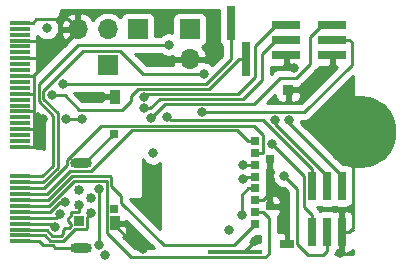
<source format=gbr>
G04 #@! TF.GenerationSoftware,KiCad,Pcbnew,5.1.4-3.fc30*
G04 #@! TF.CreationDate,2019-12-03T21:39:27-05:00*
G04 #@! TF.ProjectId,librem5-m2-breakout,6c696272-656d-4352-9d6d-322d62726561,rev?*
G04 #@! TF.SameCoordinates,Original*
G04 #@! TF.FileFunction,Copper,L1,Top*
G04 #@! TF.FilePolarity,Positive*
%FSLAX46Y46*%
G04 Gerber Fmt 4.6, Leading zero omitted, Abs format (unit mm)*
G04 Created by KiCad (PCBNEW 5.1.4-3.fc30) date 2019-12-03 21:39:27*
%MOMM*%
%LPD*%
G04 APERTURE LIST*
%ADD10R,2.400000X0.740000*%
%ADD11R,0.740000X2.400000*%
%ADD12R,1.700000X1.700000*%
%ADD13O,1.700000X1.700000*%
%ADD14C,6.150000*%
%ADD15R,1.700000X0.350000*%
%ADD16R,0.850000X1.300000*%
%ADD17R,0.750000X0.650000*%
%ADD18R,0.850000X1.200000*%
%ADD19R,4.630000X0.420000*%
%ADD20R,0.900000X0.950000*%
%ADD21R,1.150000X0.745000*%
%ADD22R,0.650000X0.700000*%
%ADD23R,0.750000X0.700000*%
%ADD24R,0.650000X3.000000*%
%ADD25R,0.840000X0.840000*%
%ADD26C,0.840000*%
%ADD27O,1.850000X0.850000*%
%ADD28C,0.800000*%
%ADD29C,0.250000*%
%ADD30C,0.246000*%
%ADD31C,0.254000*%
G04 APERTURE END LIST*
D10*
X146450000Y-88470000D03*
X142550000Y-88470000D03*
X146450000Y-87200000D03*
X142550000Y-87200000D03*
X146450000Y-85930000D03*
X142550000Y-85930000D03*
D11*
X147270000Y-99550000D03*
X147270000Y-103450000D03*
X146000000Y-99550000D03*
X146000000Y-103450000D03*
X144730000Y-99550000D03*
X144730000Y-103450000D03*
D12*
X130000000Y-86300000D03*
D13*
X127460000Y-86300000D03*
X124920000Y-86300000D03*
D12*
X127460000Y-89300000D03*
D14*
X148850000Y-95000000D03*
D15*
X120000000Y-104250000D03*
X120000000Y-103750000D03*
X120000000Y-103250000D03*
X120000000Y-102750000D03*
X120000000Y-102250000D03*
X120000000Y-101750000D03*
X120000000Y-99250000D03*
X120000000Y-98750000D03*
X120000000Y-96250000D03*
X120000000Y-95750000D03*
X120000000Y-95250000D03*
X120000000Y-94750000D03*
X120000000Y-94250000D03*
X120000000Y-93750000D03*
X120000000Y-93250000D03*
X120000000Y-92750000D03*
X120000000Y-92250000D03*
X120000000Y-91750000D03*
X120000000Y-91250000D03*
X120000000Y-90750000D03*
X120000000Y-90250000D03*
X120000000Y-89750000D03*
X120000000Y-89250000D03*
X120000000Y-88750000D03*
X120000000Y-88250000D03*
X120000000Y-87750000D03*
X120000000Y-87250000D03*
X120000000Y-86750000D03*
X120000000Y-86250000D03*
X120000000Y-85750000D03*
X120000000Y-101250000D03*
X120000000Y-100750000D03*
X120000000Y-100250000D03*
X120000000Y-99750000D03*
D13*
X134400000Y-88840000D03*
D12*
X134400000Y-86300000D03*
D16*
X128050000Y-91987500D03*
D17*
X128000000Y-95125000D03*
X128000000Y-101475000D03*
D18*
X128050000Y-102712500D03*
D19*
X138240000Y-105122500D03*
D20*
X142725000Y-91425000D03*
D21*
X142650000Y-104460000D03*
D22*
X141150000Y-101275000D03*
X141150000Y-97275000D03*
D23*
X139950000Y-102775000D03*
X139950000Y-101775000D03*
X139950000Y-100775000D03*
X139950000Y-99775000D03*
X139950000Y-98775000D03*
X139950000Y-97775000D03*
X139950000Y-96775000D03*
X139950000Y-95775000D03*
D24*
X137865000Y-85800000D03*
X139135000Y-88800000D03*
D25*
X125000000Y-102500000D03*
D26*
X126000000Y-101850000D03*
X125000000Y-101200000D03*
X126000000Y-100550000D03*
X125000000Y-99900000D03*
D27*
X125220000Y-104775000D03*
X125220000Y-97625000D03*
D28*
X122300000Y-86200000D03*
X138900000Y-99000000D03*
X131300000Y-96800000D03*
X127200000Y-105400000D03*
X137724990Y-103289853D03*
X144400000Y-91100000D03*
X147100000Y-105200000D03*
X139900000Y-104200000D03*
X142400000Y-101300000D03*
X125300000Y-92000000D03*
X130400000Y-104875000D03*
X143200000Y-89600000D03*
X123000000Y-103000016D03*
X122000000Y-93900000D03*
X131300000Y-102250000D03*
X138800000Y-102000000D03*
X123400000Y-101900000D03*
X138900000Y-97800000D03*
X123799996Y-100900000D03*
X135600000Y-90100000D03*
X142400000Y-98700000D03*
X141400000Y-96000000D03*
X132600000Y-87600000D03*
X135400000Y-93300000D03*
X126696500Y-104594400D03*
X126674979Y-99825000D03*
X131100000Y-93774980D03*
X132500000Y-93700000D03*
X123900000Y-93900016D03*
X125300000Y-93900000D03*
X123700000Y-90900000D03*
X122700004Y-91900000D03*
X141600000Y-93975000D03*
X142800000Y-94000000D03*
X130500008Y-93000000D03*
X130500000Y-91999998D03*
D29*
X139950000Y-98775000D02*
X139125000Y-98775000D01*
X139125000Y-98775000D02*
X138900000Y-99000000D01*
X142725000Y-91425000D02*
X144075000Y-91425000D01*
X144075000Y-91425000D02*
X144400000Y-91100000D01*
X147270000Y-103450000D02*
X147270000Y-105030000D01*
X147270000Y-105030000D02*
X147100000Y-105200000D01*
X138240000Y-105122500D02*
X138977500Y-105122500D01*
X138977500Y-105122500D02*
X139900000Y-104200000D01*
X141150000Y-101275000D02*
X142375000Y-101275000D01*
X142375000Y-101275000D02*
X142400000Y-101300000D01*
X123970000Y-87250000D02*
X124920000Y-86300000D01*
X120000000Y-87250000D02*
X123970000Y-87250000D01*
X122470000Y-88750000D02*
X124920000Y-86300000D01*
X120000000Y-88750000D02*
X122470000Y-88750000D01*
X124920000Y-86430000D02*
X124920000Y-86300000D01*
X120000000Y-90250000D02*
X121100000Y-90250000D01*
X124070001Y-85450001D02*
X124920000Y-86300000D01*
X121399999Y-85450001D02*
X124070001Y-85450001D01*
X120000000Y-85750000D02*
X121100000Y-85750000D01*
X121100000Y-85750000D02*
X121399999Y-85450001D01*
X128050000Y-91987500D02*
X125312500Y-91987500D01*
X125312500Y-91987500D02*
X125300000Y-92000000D01*
X125450000Y-97625000D02*
X125220000Y-97625000D01*
X127950000Y-95125000D02*
X125450000Y-97625000D01*
X128000000Y-95125000D02*
X127950000Y-95125000D01*
X130037500Y-104875000D02*
X130400000Y-104875000D01*
X128050000Y-102712500D02*
X128050000Y-102887500D01*
X128050000Y-102887500D02*
X130037500Y-104875000D01*
X122975998Y-104775000D02*
X124045000Y-104775000D01*
X122800998Y-104600000D02*
X122975998Y-104775000D01*
X122012664Y-104600000D02*
X122800998Y-104600000D01*
X120000000Y-104250000D02*
X121662664Y-104250000D01*
X121662664Y-104250000D02*
X122012664Y-104600000D01*
X124045000Y-104775000D02*
X125220000Y-104775000D01*
X142550000Y-88470000D02*
X142550000Y-88950000D01*
X142550000Y-88950000D02*
X143200000Y-89600000D01*
X142200000Y-100300000D02*
X142400000Y-100500000D01*
X142400000Y-100500000D02*
X142400000Y-101300000D01*
X141050000Y-100300000D02*
X142200000Y-100300000D01*
X139950000Y-100775000D02*
X140575000Y-100775000D01*
X140575000Y-100775000D02*
X141050000Y-100300000D01*
X121199990Y-90150010D02*
X121525000Y-89825000D01*
X120000000Y-91750000D02*
X121100000Y-91750000D01*
X121100000Y-91750000D02*
X121199990Y-91650010D01*
X121525000Y-89825000D02*
X124920000Y-86430000D01*
X121100000Y-90250000D02*
X121525000Y-89825000D01*
X120000000Y-93250000D02*
X121100000Y-93250000D01*
X121100000Y-93250000D02*
X121199990Y-93150010D01*
X121199990Y-91650010D02*
X121199990Y-91400010D01*
X121199990Y-91400010D02*
X121199990Y-90150010D01*
X121100000Y-94750000D02*
X121199990Y-94650010D01*
X120000000Y-94750000D02*
X121100000Y-94750000D01*
X121199990Y-93150010D02*
X121199990Y-92900010D01*
X121199990Y-92900010D02*
X121199990Y-91400010D01*
X120000000Y-96250000D02*
X121100000Y-96250000D01*
X121100000Y-96250000D02*
X121199990Y-96150010D01*
X121199990Y-94650010D02*
X121199990Y-94500010D01*
X121199990Y-94500010D02*
X121199990Y-92900010D01*
X121199990Y-94899990D02*
X121199990Y-94500010D01*
X121199990Y-96150010D02*
X121199990Y-94899990D01*
X148200000Y-103140000D02*
X148200000Y-95349990D01*
X148200000Y-95349990D02*
X148549990Y-95000000D01*
X147270000Y-103450000D02*
X147890000Y-103450000D01*
X147890000Y-103450000D02*
X148200000Y-103140000D01*
X120000000Y-102750000D02*
X122749984Y-102750000D01*
X122749984Y-102750000D02*
X123000000Y-103000016D01*
X121199990Y-94700010D02*
X122000000Y-93900000D01*
X121199990Y-94899990D02*
X121199990Y-94700010D01*
D30*
X125644001Y-103200001D02*
X125700001Y-103144001D01*
X122116534Y-103701500D02*
X122594325Y-104179291D01*
X123670709Y-104179291D02*
X124649999Y-103200001D01*
X125700001Y-102149999D02*
X126000000Y-101850000D01*
X125700001Y-103144001D02*
X125700001Y-102149999D01*
X120000000Y-103750000D02*
X121275001Y-103750000D01*
X121323501Y-103701500D02*
X122116534Y-103701500D01*
X124649999Y-103200001D02*
X125644001Y-103200001D01*
X121275001Y-103750000D02*
X121323501Y-103701500D01*
X122594325Y-104179291D02*
X123670709Y-104179291D01*
X123503780Y-103776291D02*
X123652535Y-103627536D01*
X121275001Y-103250000D02*
X121323501Y-103298500D01*
X120000000Y-103250000D02*
X121275001Y-103250000D01*
X124075000Y-102550000D02*
X124075000Y-102300000D01*
X122761257Y-103776291D02*
X123503780Y-103776291D01*
X122283466Y-103298500D02*
X122761257Y-103776291D01*
X124190035Y-103090035D02*
X124299999Y-102980072D01*
X121323501Y-103298500D02*
X122283466Y-103298500D01*
X123652535Y-103627536D02*
X123652535Y-103302535D01*
X124299999Y-102075001D02*
X124299999Y-101855999D01*
X125000000Y-101799999D02*
X125000000Y-101200000D01*
X123652535Y-103302535D02*
X123865035Y-103090035D01*
X124075000Y-102300000D02*
X124299999Y-102075001D01*
X124299999Y-102774999D02*
X124075000Y-102550000D01*
X124299999Y-102980072D02*
X124299999Y-102774999D01*
X123865035Y-103090035D02*
X124190035Y-103090035D01*
X124299999Y-101855999D02*
X124355999Y-101799999D01*
X124355999Y-101799999D02*
X125000000Y-101799999D01*
D29*
X138800000Y-100300000D02*
X138800000Y-102000000D01*
X139950000Y-99775000D02*
X139325000Y-99775000D01*
X139325000Y-99775000D02*
X138800000Y-100300000D01*
X120000000Y-102250000D02*
X123050000Y-102250000D01*
X123050000Y-102250000D02*
X123400000Y-101900000D01*
X139950000Y-97775000D02*
X138925000Y-97775000D01*
X138925000Y-97775000D02*
X138900000Y-97800000D01*
X120000000Y-101750000D02*
X122550000Y-101750000D01*
X122550000Y-101750000D02*
X123400000Y-100900000D01*
X123400000Y-100900000D02*
X123799996Y-100900000D01*
X143500001Y-99800001D02*
X143500001Y-104500001D01*
X142400000Y-98700000D02*
X143500001Y-99800001D01*
X143500001Y-104500001D02*
X144400000Y-105400000D01*
X144400000Y-105400000D02*
X145700000Y-105400000D01*
X146000000Y-105100000D02*
X146000000Y-103450000D01*
X145700000Y-105400000D02*
X146000000Y-105100000D01*
X128530001Y-88174999D02*
X125325999Y-88174999D01*
X121100000Y-99250000D02*
X120000000Y-99250000D01*
X130455002Y-90100000D02*
X128530001Y-88174999D01*
X121975602Y-99250000D02*
X121100000Y-99250000D01*
X123224999Y-93424999D02*
X123224999Y-98000603D01*
X122000011Y-91500987D02*
X122000011Y-92200011D01*
X135600000Y-90100000D02*
X130455002Y-90100000D01*
X125325999Y-88174999D02*
X122000011Y-91500987D01*
X122000011Y-92200011D02*
X123224999Y-93424999D01*
X123224999Y-98000603D02*
X121975602Y-99250000D01*
X144084999Y-98684999D02*
X141400000Y-96000000D01*
X144084999Y-101354999D02*
X144084999Y-98684999D01*
X144730000Y-103450000D02*
X144730000Y-102000000D01*
X144730000Y-102000000D02*
X144084999Y-101354999D01*
X122824988Y-93624988D02*
X122824988Y-97834914D01*
X132600000Y-87600000D02*
X124900000Y-87600000D01*
X124900000Y-87600000D02*
X121600000Y-90900000D01*
X121600000Y-90900000D02*
X121600000Y-92400000D01*
X121600000Y-92400000D02*
X122824988Y-93624988D01*
X122824988Y-97834914D02*
X121909902Y-98750000D01*
X121909902Y-98750000D02*
X121100000Y-98750000D01*
X121100000Y-98750000D02*
X120000000Y-98750000D01*
X148100000Y-89300000D02*
X148100000Y-87400000D01*
X135400000Y-93300000D02*
X144100000Y-93300000D01*
X147900000Y-87200000D02*
X146450000Y-87200000D01*
X148100000Y-87400000D02*
X147900000Y-87200000D01*
X144100000Y-93300000D02*
X148100000Y-89300000D01*
X126696500Y-104594400D02*
X126696500Y-99846521D01*
X126696500Y-99846521D02*
X126674979Y-99825000D01*
X145620000Y-85930000D02*
X146450000Y-85930000D01*
X144600000Y-86950000D02*
X145620000Y-85930000D01*
X144600000Y-89200000D02*
X144600000Y-86950000D01*
X132274980Y-92600000D02*
X139800000Y-92600000D01*
X131100000Y-93774980D02*
X132274980Y-92600000D01*
X143400000Y-90400000D02*
X144600000Y-89200000D01*
X142000000Y-90400000D02*
X143400000Y-90400000D01*
X139800000Y-92600000D02*
X142000000Y-90400000D01*
X140630000Y-94000000D02*
X132800000Y-94000000D01*
X132800000Y-94000000D02*
X132500000Y-93700000D01*
X144730000Y-99550000D02*
X144730000Y-98100000D01*
X144730000Y-98100000D02*
X140630000Y-94000000D01*
X125300000Y-93900000D02*
X123900016Y-93900000D01*
X123900016Y-93900000D02*
X123900000Y-93900016D01*
X137865000Y-88835000D02*
X135800000Y-90900000D01*
X124265685Y-90900000D02*
X123700000Y-90900000D01*
X137865000Y-85800000D02*
X137865000Y-88835000D01*
X135800000Y-90900000D02*
X124265685Y-90900000D01*
X139135000Y-88800000D02*
X138560000Y-88800000D01*
X138560000Y-88800000D02*
X136035002Y-91324998D01*
X125000000Y-93100000D02*
X123800000Y-91900000D01*
X129400249Y-92399751D02*
X128700000Y-93100000D01*
X128700000Y-93100000D02*
X125000000Y-93100000D01*
X136035002Y-91324998D02*
X130025500Y-91324998D01*
X130025500Y-91324998D02*
X129400249Y-91950249D01*
X129400249Y-91950249D02*
X129400249Y-92399751D01*
X123800000Y-91900000D02*
X122700004Y-91900000D01*
X141600000Y-94320000D02*
X141600000Y-93975000D01*
X146000000Y-99550000D02*
X146000000Y-98720000D01*
X146000000Y-98720000D02*
X141600000Y-94320000D01*
X142800000Y-94250000D02*
X142800000Y-94000000D01*
X147270000Y-99550000D02*
X147270000Y-98720000D01*
X147270000Y-98720000D02*
X142800000Y-94250000D01*
X141100000Y-102300000D02*
X140575000Y-101775000D01*
X120000000Y-101250000D02*
X122450996Y-101250000D01*
X141100000Y-105282502D02*
X141100000Y-102300000D01*
X140775001Y-105607501D02*
X141100000Y-105282502D01*
X127349979Y-99125032D02*
X127349979Y-103532481D01*
X129424999Y-105607501D02*
X140775001Y-105607501D01*
X122450996Y-101250000D02*
X124575965Y-99125032D01*
X140575000Y-101775000D02*
X139950000Y-101775000D01*
X127349979Y-103532481D02*
X129424999Y-105607501D01*
X124575965Y-99125032D02*
X127349979Y-99125032D01*
X139925000Y-102775000D02*
X139950000Y-102775000D01*
X132211074Y-104600000D02*
X138100000Y-104600000D01*
X128599990Y-100988916D02*
X132211074Y-104600000D01*
X128599990Y-100438916D02*
X128599990Y-100988916D01*
X127640700Y-98725021D02*
X127749990Y-98834311D01*
X124410276Y-98725021D02*
X127640700Y-98725021D01*
X138100000Y-104600000D02*
X139925000Y-102775000D01*
X122385296Y-100750000D02*
X124410276Y-98725021D01*
X127749990Y-98834311D02*
X127749990Y-99588916D01*
X120000000Y-100750000D02*
X122385296Y-100750000D01*
X127749990Y-99588916D02*
X128599990Y-100438916D01*
X129484973Y-94849990D02*
X138399990Y-94849990D01*
X139325000Y-95775000D02*
X139950000Y-95775000D01*
X138399990Y-94849990D02*
X139325000Y-95775000D01*
X122319596Y-100250000D02*
X124244586Y-98325010D01*
X124244586Y-98325010D02*
X126009953Y-98325010D01*
X120000000Y-100250000D02*
X122319596Y-100250000D01*
X126009953Y-98325010D02*
X129484973Y-94849990D01*
X131065693Y-93000000D02*
X130500008Y-93000000D01*
X131865693Y-92200000D02*
X131065693Y-93000000D01*
X141720000Y-87200000D02*
X140500000Y-88420000D01*
X142550000Y-87200000D02*
X141720000Y-87200000D01*
X140500000Y-88420000D02*
X140500000Y-90600000D01*
X140500000Y-90600000D02*
X138900000Y-92200000D01*
X138900000Y-92200000D02*
X131865693Y-92200000D01*
X130699998Y-91800000D02*
X130500000Y-91999998D01*
X141720000Y-85930000D02*
X139900000Y-87750000D01*
X142550000Y-85930000D02*
X141720000Y-85930000D01*
X139900000Y-87750000D02*
X139900000Y-90355002D01*
X138455002Y-91800000D02*
X130699998Y-91800000D01*
X139900000Y-90355002D02*
X138455002Y-91800000D01*
X139844982Y-94449980D02*
X126905057Y-94449980D01*
X122041302Y-99750000D02*
X121100000Y-99750000D01*
X124019990Y-97771312D02*
X122041302Y-99750000D01*
X140600001Y-95204999D02*
X139844982Y-94449980D01*
X139950000Y-96775000D02*
X140575000Y-96775000D01*
X126905057Y-94449980D02*
X124019990Y-97335047D01*
X140575000Y-96775000D02*
X140600001Y-96749999D01*
X124019990Y-97335047D02*
X124019990Y-97771312D01*
X140600001Y-96749999D02*
X140600001Y-95204999D01*
X121100000Y-99750000D02*
X120000000Y-99750000D01*
D31*
G36*
X148190000Y-101931918D02*
G01*
X148170537Y-101895506D01*
X148091185Y-101798815D01*
X147994494Y-101719463D01*
X147884180Y-101660498D01*
X147764482Y-101624188D01*
X147640000Y-101611928D01*
X147555750Y-101615000D01*
X147397000Y-101773750D01*
X147397000Y-103323000D01*
X147417000Y-103323000D01*
X147417000Y-103577000D01*
X147397000Y-103577000D01*
X147397000Y-105126250D01*
X147555750Y-105285000D01*
X147640000Y-105288072D01*
X147764482Y-105275812D01*
X147884180Y-105239502D01*
X147994494Y-105180537D01*
X148091185Y-105101185D01*
X148170537Y-105004494D01*
X148190000Y-104968082D01*
X148190000Y-105340000D01*
X146721395Y-105340000D01*
X146743786Y-105266186D01*
X146775518Y-105275812D01*
X146900000Y-105288072D01*
X146984250Y-105285000D01*
X147143000Y-105126250D01*
X147143000Y-103577000D01*
X147123000Y-103577000D01*
X147123000Y-103323000D01*
X147143000Y-103323000D01*
X147143000Y-101773750D01*
X146984250Y-101615000D01*
X146900000Y-101611928D01*
X146775518Y-101624188D01*
X146655820Y-101660498D01*
X146635000Y-101671627D01*
X146614180Y-101660498D01*
X146494482Y-101624188D01*
X146370000Y-101611928D01*
X145630000Y-101611928D01*
X145505518Y-101624188D01*
X145406874Y-101654111D01*
X145364974Y-101575724D01*
X145270001Y-101459999D01*
X145241002Y-101436200D01*
X145184547Y-101379745D01*
X145224482Y-101375812D01*
X145344180Y-101339502D01*
X145365000Y-101328373D01*
X145385820Y-101339502D01*
X145505518Y-101375812D01*
X145630000Y-101388072D01*
X146370000Y-101388072D01*
X146494482Y-101375812D01*
X146614180Y-101339502D01*
X146635000Y-101328373D01*
X146655820Y-101339502D01*
X146775518Y-101375812D01*
X146900000Y-101388072D01*
X147640000Y-101388072D01*
X147764482Y-101375812D01*
X147884180Y-101339502D01*
X147994494Y-101280537D01*
X148091185Y-101201185D01*
X148170537Y-101104494D01*
X148190000Y-101068081D01*
X148190000Y-101931918D01*
X148190000Y-101931918D01*
G37*
X148190000Y-101931918D02*
X148170537Y-101895506D01*
X148091185Y-101798815D01*
X147994494Y-101719463D01*
X147884180Y-101660498D01*
X147764482Y-101624188D01*
X147640000Y-101611928D01*
X147555750Y-101615000D01*
X147397000Y-101773750D01*
X147397000Y-103323000D01*
X147417000Y-103323000D01*
X147417000Y-103577000D01*
X147397000Y-103577000D01*
X147397000Y-105126250D01*
X147555750Y-105285000D01*
X147640000Y-105288072D01*
X147764482Y-105275812D01*
X147884180Y-105239502D01*
X147994494Y-105180537D01*
X148091185Y-105101185D01*
X148170537Y-105004494D01*
X148190000Y-104968082D01*
X148190000Y-105340000D01*
X146721395Y-105340000D01*
X146743786Y-105266186D01*
X146775518Y-105275812D01*
X146900000Y-105288072D01*
X146984250Y-105285000D01*
X147143000Y-105126250D01*
X147143000Y-103577000D01*
X147123000Y-103577000D01*
X147123000Y-103323000D01*
X147143000Y-103323000D01*
X147143000Y-101773750D01*
X146984250Y-101615000D01*
X146900000Y-101611928D01*
X146775518Y-101624188D01*
X146655820Y-101660498D01*
X146635000Y-101671627D01*
X146614180Y-101660498D01*
X146494482Y-101624188D01*
X146370000Y-101611928D01*
X145630000Y-101611928D01*
X145505518Y-101624188D01*
X145406874Y-101654111D01*
X145364974Y-101575724D01*
X145270001Y-101459999D01*
X145241002Y-101436200D01*
X145184547Y-101379745D01*
X145224482Y-101375812D01*
X145344180Y-101339502D01*
X145365000Y-101328373D01*
X145385820Y-101339502D01*
X145505518Y-101375812D01*
X145630000Y-101388072D01*
X146370000Y-101388072D01*
X146494482Y-101375812D01*
X146614180Y-101339502D01*
X146635000Y-101328373D01*
X146655820Y-101339502D01*
X146775518Y-101375812D01*
X146900000Y-101388072D01*
X147640000Y-101388072D01*
X147764482Y-101375812D01*
X147884180Y-101339502D01*
X147994494Y-101280537D01*
X148091185Y-101201185D01*
X148170537Y-101104494D01*
X148190000Y-101068081D01*
X148190000Y-101931918D01*
G36*
X125347000Y-104648000D02*
G01*
X125367000Y-104648000D01*
X125367000Y-104902000D01*
X125347000Y-104902000D01*
X125347000Y-104922000D01*
X125093000Y-104922000D01*
X125093000Y-104902000D01*
X125073000Y-104902000D01*
X125073000Y-104648000D01*
X125093000Y-104648000D01*
X125093000Y-104628000D01*
X125347000Y-104628000D01*
X125347000Y-104648000D01*
X125347000Y-104648000D01*
G37*
X125347000Y-104648000D02*
X125367000Y-104648000D01*
X125367000Y-104902000D01*
X125347000Y-104902000D01*
X125347000Y-104922000D01*
X125093000Y-104922000D01*
X125093000Y-104902000D01*
X125073000Y-104902000D01*
X125073000Y-104648000D01*
X125093000Y-104648000D01*
X125093000Y-104628000D01*
X125347000Y-104628000D01*
X125347000Y-104648000D01*
G36*
X131383773Y-104847501D02*
G01*
X129739802Y-104847501D01*
X128768135Y-103875835D01*
X128829494Y-103843037D01*
X128926185Y-103763685D01*
X129005537Y-103666994D01*
X129064502Y-103556680D01*
X129100812Y-103436982D01*
X129113072Y-103312500D01*
X129110000Y-102998250D01*
X128951250Y-102839500D01*
X128177000Y-102839500D01*
X128177000Y-102859500D01*
X128109979Y-102859500D01*
X128109979Y-102565500D01*
X128177000Y-102565500D01*
X128177000Y-102585500D01*
X128951250Y-102585500D01*
X129036511Y-102500239D01*
X131383773Y-104847501D01*
X131383773Y-104847501D01*
G37*
X131383773Y-104847501D02*
X129739802Y-104847501D01*
X128768135Y-103875835D01*
X128829494Y-103843037D01*
X128926185Y-103763685D01*
X129005537Y-103666994D01*
X129064502Y-103556680D01*
X129100812Y-103436982D01*
X129113072Y-103312500D01*
X129110000Y-102998250D01*
X128951250Y-102839500D01*
X128177000Y-102839500D01*
X128177000Y-102859500D01*
X128109979Y-102859500D01*
X128109979Y-102565500D01*
X128177000Y-102565500D01*
X128177000Y-102585500D01*
X128951250Y-102585500D01*
X129036511Y-102500239D01*
X131383773Y-104847501D01*
G36*
X141277000Y-97148000D02*
G01*
X141297000Y-97148000D01*
X141297000Y-97402000D01*
X141277000Y-97402000D01*
X141277000Y-98101250D01*
X141435750Y-98260000D01*
X141461155Y-98261988D01*
X141404774Y-98398102D01*
X141365000Y-98598061D01*
X141365000Y-98801939D01*
X141404774Y-99001898D01*
X141482795Y-99190256D01*
X141596063Y-99359774D01*
X141740226Y-99503937D01*
X141909744Y-99617205D01*
X142098102Y-99695226D01*
X142298061Y-99735000D01*
X142360199Y-99735000D01*
X142740001Y-100114803D01*
X142740002Y-104462669D01*
X142736325Y-104500001D01*
X142740002Y-104537334D01*
X142746864Y-104607000D01*
X142523000Y-104607000D01*
X142523000Y-104587000D01*
X142503000Y-104587000D01*
X142503000Y-104333000D01*
X142523000Y-104333000D01*
X142523000Y-103611250D01*
X142364250Y-103452500D01*
X142075000Y-103449428D01*
X141950518Y-103461688D01*
X141860000Y-103489146D01*
X141860000Y-102337322D01*
X141863676Y-102299999D01*
X141860000Y-102262676D01*
X141860000Y-102262667D01*
X141849003Y-102151014D01*
X141846213Y-102141816D01*
X141926185Y-102076185D01*
X142005537Y-101979494D01*
X142064502Y-101869180D01*
X142100812Y-101749482D01*
X142113072Y-101625000D01*
X142110000Y-101560750D01*
X141951250Y-101402000D01*
X141277000Y-101402000D01*
X141277000Y-101402199D01*
X141138803Y-101264002D01*
X141115001Y-101234999D01*
X141008992Y-101148000D01*
X141023000Y-101148000D01*
X141023000Y-100448750D01*
X141277000Y-100448750D01*
X141277000Y-101148000D01*
X141951250Y-101148000D01*
X142110000Y-100989250D01*
X142113072Y-100925000D01*
X142100812Y-100800518D01*
X142064502Y-100680820D01*
X142005537Y-100570506D01*
X141926185Y-100473815D01*
X141829494Y-100394463D01*
X141719180Y-100335498D01*
X141599482Y-100299188D01*
X141475000Y-100286928D01*
X141435750Y-100290000D01*
X141277000Y-100448750D01*
X141023000Y-100448750D01*
X140959120Y-100384870D01*
X140950812Y-100300518D01*
X140943071Y-100275000D01*
X140950812Y-100249482D01*
X140963072Y-100125000D01*
X140963072Y-99425000D01*
X140950812Y-99300518D01*
X140943071Y-99275000D01*
X140950812Y-99249482D01*
X140963072Y-99125000D01*
X140963072Y-98425000D01*
X140950812Y-98300518D01*
X140943071Y-98275000D01*
X140950812Y-98249482D01*
X140959120Y-98165130D01*
X141023000Y-98101250D01*
X141023000Y-97402000D01*
X141008992Y-97402000D01*
X141115001Y-97315001D01*
X141126271Y-97301269D01*
X141140002Y-97290000D01*
X141234975Y-97174275D01*
X141259710Y-97128000D01*
X141277000Y-97128000D01*
X141277000Y-97148000D01*
X141277000Y-97148000D01*
G37*
X141277000Y-97148000D02*
X141297000Y-97148000D01*
X141297000Y-97402000D01*
X141277000Y-97402000D01*
X141277000Y-98101250D01*
X141435750Y-98260000D01*
X141461155Y-98261988D01*
X141404774Y-98398102D01*
X141365000Y-98598061D01*
X141365000Y-98801939D01*
X141404774Y-99001898D01*
X141482795Y-99190256D01*
X141596063Y-99359774D01*
X141740226Y-99503937D01*
X141909744Y-99617205D01*
X142098102Y-99695226D01*
X142298061Y-99735000D01*
X142360199Y-99735000D01*
X142740001Y-100114803D01*
X142740002Y-104462669D01*
X142736325Y-104500001D01*
X142740002Y-104537334D01*
X142746864Y-104607000D01*
X142523000Y-104607000D01*
X142523000Y-104587000D01*
X142503000Y-104587000D01*
X142503000Y-104333000D01*
X142523000Y-104333000D01*
X142523000Y-103611250D01*
X142364250Y-103452500D01*
X142075000Y-103449428D01*
X141950518Y-103461688D01*
X141860000Y-103489146D01*
X141860000Y-102337322D01*
X141863676Y-102299999D01*
X141860000Y-102262676D01*
X141860000Y-102262667D01*
X141849003Y-102151014D01*
X141846213Y-102141816D01*
X141926185Y-102076185D01*
X142005537Y-101979494D01*
X142064502Y-101869180D01*
X142100812Y-101749482D01*
X142113072Y-101625000D01*
X142110000Y-101560750D01*
X141951250Y-101402000D01*
X141277000Y-101402000D01*
X141277000Y-101402199D01*
X141138803Y-101264002D01*
X141115001Y-101234999D01*
X141008992Y-101148000D01*
X141023000Y-101148000D01*
X141023000Y-100448750D01*
X141277000Y-100448750D01*
X141277000Y-101148000D01*
X141951250Y-101148000D01*
X142110000Y-100989250D01*
X142113072Y-100925000D01*
X142100812Y-100800518D01*
X142064502Y-100680820D01*
X142005537Y-100570506D01*
X141926185Y-100473815D01*
X141829494Y-100394463D01*
X141719180Y-100335498D01*
X141599482Y-100299188D01*
X141475000Y-100286928D01*
X141435750Y-100290000D01*
X141277000Y-100448750D01*
X141023000Y-100448750D01*
X140959120Y-100384870D01*
X140950812Y-100300518D01*
X140943071Y-100275000D01*
X140950812Y-100249482D01*
X140963072Y-100125000D01*
X140963072Y-99425000D01*
X140950812Y-99300518D01*
X140943071Y-99275000D01*
X140950812Y-99249482D01*
X140963072Y-99125000D01*
X140963072Y-98425000D01*
X140950812Y-98300518D01*
X140943071Y-98275000D01*
X140950812Y-98249482D01*
X140959120Y-98165130D01*
X141023000Y-98101250D01*
X141023000Y-97402000D01*
X141008992Y-97402000D01*
X141115001Y-97315001D01*
X141126271Y-97301269D01*
X141140002Y-97290000D01*
X141234975Y-97174275D01*
X141259710Y-97128000D01*
X141277000Y-97128000D01*
X141277000Y-97148000D01*
G36*
X140340000Y-104274759D02*
G01*
X139498772Y-104276030D01*
X140011730Y-103763072D01*
X140325000Y-103763072D01*
X140340001Y-103761595D01*
X140340000Y-104274759D01*
X140340000Y-104274759D01*
G37*
X140340000Y-104274759D02*
X139498772Y-104276030D01*
X140011730Y-103763072D01*
X140325000Y-103763072D01*
X140340001Y-103761595D01*
X140340000Y-104274759D01*
G36*
X148190000Y-103322998D02*
G01*
X148116252Y-103322998D01*
X148190000Y-103249250D01*
X148190000Y-103322998D01*
X148190000Y-103322998D01*
G37*
X148190000Y-103322998D02*
X148116252Y-103322998D01*
X148190000Y-103249250D01*
X148190000Y-103322998D01*
G36*
X130496063Y-97459774D02*
G01*
X130640226Y-97603937D01*
X130809744Y-97717205D01*
X130998102Y-97795226D01*
X131198061Y-97835000D01*
X131401939Y-97835000D01*
X131601898Y-97795226D01*
X131790256Y-97717205D01*
X131898000Y-97645213D01*
X131898000Y-103212124D01*
X129359990Y-100674115D01*
X129359990Y-100627000D01*
X130275000Y-100627000D01*
X130299776Y-100624560D01*
X130323601Y-100617333D01*
X130345557Y-100605597D01*
X130364803Y-100589803D01*
X130380597Y-100570557D01*
X130392333Y-100548601D01*
X130399560Y-100524776D01*
X130402000Y-100500000D01*
X130402000Y-97318998D01*
X130496063Y-97459774D01*
X130496063Y-97459774D01*
G37*
X130496063Y-97459774D02*
X130640226Y-97603937D01*
X130809744Y-97717205D01*
X130998102Y-97795226D01*
X131198061Y-97835000D01*
X131401939Y-97835000D01*
X131601898Y-97795226D01*
X131790256Y-97717205D01*
X131898000Y-97645213D01*
X131898000Y-103212124D01*
X129359990Y-100674115D01*
X129359990Y-100627000D01*
X130275000Y-100627000D01*
X130299776Y-100624560D01*
X130323601Y-100617333D01*
X130345557Y-100605597D01*
X130364803Y-100589803D01*
X130380597Y-100570557D01*
X130392333Y-100548601D01*
X130399560Y-100524776D01*
X130402000Y-100500000D01*
X130402000Y-97318998D01*
X130496063Y-97459774D01*
G36*
X140097000Y-100786928D02*
G01*
X139803000Y-100786928D01*
X139803000Y-100763072D01*
X140097000Y-100763072D01*
X140097000Y-100786928D01*
X140097000Y-100786928D01*
G37*
X140097000Y-100786928D02*
X139803000Y-100786928D01*
X139803000Y-100763072D01*
X140097000Y-100763072D01*
X140097000Y-100786928D01*
G36*
X125871042Y-100484774D02*
G01*
X125936501Y-100550233D01*
X125936501Y-100694391D01*
X125919925Y-100677815D01*
X125819472Y-100527477D01*
X125817053Y-100525058D01*
X125865552Y-100476558D01*
X125871042Y-100484774D01*
X125871042Y-100484774D01*
G37*
X125871042Y-100484774D02*
X125936501Y-100550233D01*
X125936501Y-100694391D01*
X125919925Y-100677815D01*
X125819472Y-100527477D01*
X125817053Y-100525058D01*
X125865552Y-100476558D01*
X125871042Y-100484774D01*
G36*
X125161023Y-99890631D02*
G01*
X125189141Y-99918749D01*
X125014143Y-100093748D01*
X125000000Y-100079605D01*
X124985858Y-100093748D01*
X124833955Y-99941845D01*
X124890768Y-99885032D01*
X125166622Y-99885032D01*
X125161023Y-99890631D01*
X125161023Y-99890631D01*
G37*
X125161023Y-99890631D02*
X125189141Y-99918749D01*
X125014143Y-100093748D01*
X125000000Y-100079605D01*
X124985858Y-100093748D01*
X124833955Y-99941845D01*
X124890768Y-99885032D01*
X125166622Y-99885032D01*
X125161023Y-99890631D01*
G36*
X148190000Y-98031919D02*
G01*
X148170537Y-97995506D01*
X148091185Y-97898815D01*
X147994494Y-97819463D01*
X147884180Y-97760498D01*
X147764482Y-97724188D01*
X147640000Y-97711928D01*
X147336730Y-97711928D01*
X143817039Y-94192238D01*
X143835000Y-94101939D01*
X143835000Y-94060000D01*
X144062678Y-94060000D01*
X144100000Y-94063676D01*
X144137322Y-94060000D01*
X144137333Y-94060000D01*
X144248986Y-94049003D01*
X144392247Y-94005546D01*
X144524276Y-93934974D01*
X144640001Y-93840001D01*
X144663804Y-93810997D01*
X148190001Y-90284801D01*
X148190000Y-98031919D01*
X148190000Y-98031919D01*
G37*
X148190000Y-98031919D02*
X148170537Y-97995506D01*
X148091185Y-97898815D01*
X147994494Y-97819463D01*
X147884180Y-97760498D01*
X147764482Y-97724188D01*
X147640000Y-97711928D01*
X147336730Y-97711928D01*
X143817039Y-94192238D01*
X143835000Y-94101939D01*
X143835000Y-94060000D01*
X144062678Y-94060000D01*
X144100000Y-94063676D01*
X144137322Y-94060000D01*
X144137333Y-94060000D01*
X144248986Y-94049003D01*
X144392247Y-94005546D01*
X144524276Y-93934974D01*
X144640001Y-93840001D01*
X144663804Y-93810997D01*
X148190001Y-90284801D01*
X148190000Y-98031919D01*
G36*
X125347000Y-97498000D02*
G01*
X125367000Y-97498000D01*
X125367000Y-97565010D01*
X125073000Y-97565010D01*
X125073000Y-97498000D01*
X125093000Y-97498000D01*
X125093000Y-97478000D01*
X125347000Y-97478000D01*
X125347000Y-97498000D01*
X125347000Y-97498000D01*
G37*
X125347000Y-97498000D02*
X125367000Y-97498000D01*
X125367000Y-97565010D01*
X125073000Y-97565010D01*
X125073000Y-97498000D01*
X125093000Y-97498000D01*
X125093000Y-97478000D01*
X125347000Y-97478000D01*
X125347000Y-97498000D01*
G36*
X122064988Y-93939790D02*
G01*
X122064989Y-96406917D01*
X122057301Y-96404596D01*
X121998628Y-96392979D01*
X121940111Y-96380540D01*
X121930946Y-96379577D01*
X121814405Y-96368150D01*
X121814402Y-96368150D01*
X121782419Y-96365000D01*
X121393250Y-96365000D01*
X121347725Y-96319475D01*
X121380537Y-96279494D01*
X121439502Y-96169180D01*
X121474525Y-96053725D01*
X121485000Y-96043250D01*
X121480514Y-96001738D01*
X121488072Y-95925000D01*
X121488072Y-95575000D01*
X121480685Y-95500000D01*
X121488072Y-95425000D01*
X121488072Y-95075000D01*
X121480514Y-94998262D01*
X121485000Y-94956750D01*
X121474525Y-94946275D01*
X121439502Y-94830820D01*
X121396302Y-94750000D01*
X121439502Y-94669180D01*
X121474525Y-94553725D01*
X121485000Y-94543250D01*
X121480514Y-94501738D01*
X121488072Y-94425000D01*
X121488072Y-94075000D01*
X121480685Y-93999999D01*
X121488072Y-93925000D01*
X121488072Y-93575000D01*
X121480514Y-93498262D01*
X121485000Y-93456750D01*
X121474525Y-93446275D01*
X121453511Y-93377002D01*
X121485000Y-93377002D01*
X121485000Y-93359801D01*
X122064988Y-93939790D01*
X122064988Y-93939790D01*
G37*
X122064988Y-93939790D02*
X122064989Y-96406917D01*
X122057301Y-96404596D01*
X121998628Y-96392979D01*
X121940111Y-96380540D01*
X121930946Y-96379577D01*
X121814405Y-96368150D01*
X121814402Y-96368150D01*
X121782419Y-96365000D01*
X121393250Y-96365000D01*
X121347725Y-96319475D01*
X121380537Y-96279494D01*
X121439502Y-96169180D01*
X121474525Y-96053725D01*
X121485000Y-96043250D01*
X121480514Y-96001738D01*
X121488072Y-95925000D01*
X121488072Y-95575000D01*
X121480685Y-95500000D01*
X121488072Y-95425000D01*
X121488072Y-95075000D01*
X121480514Y-94998262D01*
X121485000Y-94956750D01*
X121474525Y-94946275D01*
X121439502Y-94830820D01*
X121396302Y-94750000D01*
X121439502Y-94669180D01*
X121474525Y-94553725D01*
X121485000Y-94543250D01*
X121480514Y-94501738D01*
X121488072Y-94425000D01*
X121488072Y-94075000D01*
X121480685Y-93999999D01*
X121488072Y-93925000D01*
X121488072Y-93575000D01*
X121480514Y-93498262D01*
X121485000Y-93456750D01*
X121474525Y-93446275D01*
X121453511Y-93377002D01*
X121485000Y-93377002D01*
X121485000Y-93359801D01*
X122064988Y-93939790D01*
G36*
X127988161Y-95272000D02*
G01*
X127873000Y-95272000D01*
X127873000Y-95252000D01*
X127853000Y-95252000D01*
X127853000Y-95209980D01*
X128050181Y-95209980D01*
X127988161Y-95272000D01*
X127988161Y-95272000D01*
G37*
X127988161Y-95272000D02*
X127873000Y-95272000D01*
X127873000Y-95252000D01*
X127853000Y-95252000D01*
X127853000Y-95209980D01*
X128050181Y-95209980D01*
X127988161Y-95272000D01*
G36*
X146577000Y-88343000D02*
G01*
X146597000Y-88343000D01*
X146597000Y-88597000D01*
X146577000Y-88597000D01*
X146577000Y-89316250D01*
X146735750Y-89475000D01*
X146849815Y-89475383D01*
X143785199Y-92540000D01*
X140934801Y-92540000D01*
X141637953Y-91836848D01*
X141636928Y-91900000D01*
X141649188Y-92024482D01*
X141685498Y-92144180D01*
X141744463Y-92254494D01*
X141823815Y-92351185D01*
X141920506Y-92430537D01*
X142030820Y-92489502D01*
X142150518Y-92525812D01*
X142275000Y-92538072D01*
X142439250Y-92535000D01*
X142598000Y-92376250D01*
X142598000Y-91552000D01*
X142852000Y-91552000D01*
X142852000Y-92376250D01*
X143010750Y-92535000D01*
X143175000Y-92538072D01*
X143299482Y-92525812D01*
X143419180Y-92489502D01*
X143529494Y-92430537D01*
X143626185Y-92351185D01*
X143705537Y-92254494D01*
X143764502Y-92144180D01*
X143800812Y-92024482D01*
X143813072Y-91900000D01*
X143810000Y-91710750D01*
X143651250Y-91552000D01*
X142852000Y-91552000D01*
X142598000Y-91552000D01*
X142578000Y-91552000D01*
X142578000Y-91298000D01*
X142598000Y-91298000D01*
X142598000Y-91278000D01*
X142852000Y-91278000D01*
X142852000Y-91298000D01*
X143651250Y-91298000D01*
X143810000Y-91139250D01*
X143811583Y-91041759D01*
X143824276Y-91034974D01*
X143940001Y-90940001D01*
X143963804Y-90910997D01*
X145111004Y-89763798D01*
X145140001Y-89740001D01*
X145234974Y-89624276D01*
X145305546Y-89492247D01*
X145309907Y-89477871D01*
X146164250Y-89475000D01*
X146323000Y-89316250D01*
X146323000Y-88597000D01*
X146303000Y-88597000D01*
X146303000Y-88343000D01*
X146323000Y-88343000D01*
X146323000Y-88323000D01*
X146577000Y-88323000D01*
X146577000Y-88343000D01*
X146577000Y-88343000D01*
G37*
X146577000Y-88343000D02*
X146597000Y-88343000D01*
X146597000Y-88597000D01*
X146577000Y-88597000D01*
X146577000Y-89316250D01*
X146735750Y-89475000D01*
X146849815Y-89475383D01*
X143785199Y-92540000D01*
X140934801Y-92540000D01*
X141637953Y-91836848D01*
X141636928Y-91900000D01*
X141649188Y-92024482D01*
X141685498Y-92144180D01*
X141744463Y-92254494D01*
X141823815Y-92351185D01*
X141920506Y-92430537D01*
X142030820Y-92489502D01*
X142150518Y-92525812D01*
X142275000Y-92538072D01*
X142439250Y-92535000D01*
X142598000Y-92376250D01*
X142598000Y-91552000D01*
X142852000Y-91552000D01*
X142852000Y-92376250D01*
X143010750Y-92535000D01*
X143175000Y-92538072D01*
X143299482Y-92525812D01*
X143419180Y-92489502D01*
X143529494Y-92430537D01*
X143626185Y-92351185D01*
X143705537Y-92254494D01*
X143764502Y-92144180D01*
X143800812Y-92024482D01*
X143813072Y-91900000D01*
X143810000Y-91710750D01*
X143651250Y-91552000D01*
X142852000Y-91552000D01*
X142598000Y-91552000D01*
X142578000Y-91552000D01*
X142578000Y-91298000D01*
X142598000Y-91298000D01*
X142598000Y-91278000D01*
X142852000Y-91278000D01*
X142852000Y-91298000D01*
X143651250Y-91298000D01*
X143810000Y-91139250D01*
X143811583Y-91041759D01*
X143824276Y-91034974D01*
X143940001Y-90940001D01*
X143963804Y-90910997D01*
X145111004Y-89763798D01*
X145140001Y-89740001D01*
X145234974Y-89624276D01*
X145305546Y-89492247D01*
X145309907Y-89477871D01*
X146164250Y-89475000D01*
X146323000Y-89316250D01*
X146323000Y-88597000D01*
X146303000Y-88597000D01*
X146303000Y-88343000D01*
X146323000Y-88343000D01*
X146323000Y-88323000D01*
X146577000Y-88323000D01*
X146577000Y-88343000D01*
G36*
X126990000Y-91701750D02*
G01*
X127148750Y-91860500D01*
X127923000Y-91860500D01*
X127923000Y-91840500D01*
X128177000Y-91840500D01*
X128177000Y-91860500D01*
X128197000Y-91860500D01*
X128197000Y-92114500D01*
X128177000Y-92114500D01*
X128177000Y-92134500D01*
X127923000Y-92134500D01*
X127923000Y-92114500D01*
X127148750Y-92114500D01*
X126990000Y-92273250D01*
X126989437Y-92340000D01*
X125314802Y-92340000D01*
X124634801Y-91660000D01*
X126989648Y-91660000D01*
X126990000Y-91701750D01*
X126990000Y-91701750D01*
G37*
X126990000Y-91701750D02*
X127148750Y-91860500D01*
X127923000Y-91860500D01*
X127923000Y-91840500D01*
X128177000Y-91840500D01*
X128177000Y-91860500D01*
X128197000Y-91860500D01*
X128197000Y-92114500D01*
X128177000Y-92114500D01*
X128177000Y-92134500D01*
X127923000Y-92134500D01*
X127923000Y-92114500D01*
X127148750Y-92114500D01*
X126990000Y-92273250D01*
X126989437Y-92340000D01*
X125314802Y-92340000D01*
X124634801Y-91660000D01*
X126989648Y-91660000D01*
X126990000Y-91701750D01*
G36*
X142677000Y-88343000D02*
G01*
X142697000Y-88343000D01*
X142697000Y-88597000D01*
X142677000Y-88597000D01*
X142677000Y-89316250D01*
X142835750Y-89475000D01*
X143248811Y-89476388D01*
X143085199Y-89640000D01*
X142037323Y-89640000D01*
X142000000Y-89636324D01*
X141962677Y-89640000D01*
X141962667Y-89640000D01*
X141851014Y-89650997D01*
X141707753Y-89694454D01*
X141575724Y-89765026D01*
X141459999Y-89859999D01*
X141436201Y-89888997D01*
X141260000Y-90065198D01*
X141260000Y-89469208D01*
X141350000Y-89478072D01*
X142264250Y-89475000D01*
X142423000Y-89316250D01*
X142423000Y-88597000D01*
X142403000Y-88597000D01*
X142403000Y-88343000D01*
X142423000Y-88343000D01*
X142423000Y-88323000D01*
X142677000Y-88323000D01*
X142677000Y-88343000D01*
X142677000Y-88343000D01*
G37*
X142677000Y-88343000D02*
X142697000Y-88343000D01*
X142697000Y-88597000D01*
X142677000Y-88597000D01*
X142677000Y-89316250D01*
X142835750Y-89475000D01*
X143248811Y-89476388D01*
X143085199Y-89640000D01*
X142037323Y-89640000D01*
X142000000Y-89636324D01*
X141962677Y-89640000D01*
X141962667Y-89640000D01*
X141851014Y-89650997D01*
X141707753Y-89694454D01*
X141575724Y-89765026D01*
X141459999Y-89859999D01*
X141436201Y-89888997D01*
X141260000Y-90065198D01*
X141260000Y-89469208D01*
X141350000Y-89478072D01*
X142264250Y-89475000D01*
X142423000Y-89316250D01*
X142423000Y-88597000D01*
X142403000Y-88597000D01*
X142403000Y-88343000D01*
X142423000Y-88343000D01*
X142423000Y-88323000D01*
X142677000Y-88323000D01*
X142677000Y-88343000D01*
G36*
X136901928Y-87300000D02*
G01*
X136914188Y-87424482D01*
X136950498Y-87544180D01*
X137009463Y-87654494D01*
X137088815Y-87751185D01*
X137105001Y-87764468D01*
X137105001Y-88520197D01*
X136294455Y-89330744D01*
X136259774Y-89296063D01*
X136090256Y-89182795D01*
X135901898Y-89104774D01*
X135780075Y-89080542D01*
X135720155Y-88967000D01*
X134527000Y-88967000D01*
X134527000Y-88987000D01*
X134273000Y-88987000D01*
X134273000Y-88967000D01*
X133079845Y-88967000D01*
X132958524Y-89196890D01*
X133001932Y-89340000D01*
X130769804Y-89340000D01*
X129789803Y-88360000D01*
X131896289Y-88360000D01*
X131940226Y-88403937D01*
X132109744Y-88517205D01*
X132298102Y-88595226D01*
X132498061Y-88635000D01*
X132701939Y-88635000D01*
X132901898Y-88595226D01*
X132996920Y-88555866D01*
X133079845Y-88713000D01*
X134273000Y-88713000D01*
X134273000Y-88693000D01*
X134527000Y-88693000D01*
X134527000Y-88713000D01*
X135720155Y-88713000D01*
X135841476Y-88483110D01*
X135796825Y-88335901D01*
X135671641Y-88073080D01*
X135497588Y-87839731D01*
X135413534Y-87763966D01*
X135494180Y-87739502D01*
X135604494Y-87680537D01*
X135701185Y-87601185D01*
X135780537Y-87504494D01*
X135839502Y-87394180D01*
X135875812Y-87274482D01*
X135888072Y-87150000D01*
X135888072Y-85450000D01*
X135875812Y-85325518D01*
X135839502Y-85205820D01*
X135780537Y-85095506D01*
X135701185Y-84998815D01*
X135604494Y-84919463D01*
X135494180Y-84860498D01*
X135374482Y-84824188D01*
X135250000Y-84811928D01*
X133550000Y-84811928D01*
X133425518Y-84824188D01*
X133305820Y-84860498D01*
X133195506Y-84919463D01*
X133098815Y-84998815D01*
X133019463Y-85095506D01*
X132960498Y-85205820D01*
X132924188Y-85325518D01*
X132911928Y-85450000D01*
X132911928Y-86608929D01*
X132901898Y-86604774D01*
X132701939Y-86565000D01*
X132498061Y-86565000D01*
X132298102Y-86604774D01*
X132109744Y-86682795D01*
X131940226Y-86796063D01*
X131896289Y-86840000D01*
X131488072Y-86840000D01*
X131488072Y-85450000D01*
X131475812Y-85325518D01*
X131439502Y-85205820D01*
X131380537Y-85095506D01*
X131301185Y-84998815D01*
X131204494Y-84919463D01*
X131094180Y-84860498D01*
X130974482Y-84824188D01*
X130850000Y-84811928D01*
X129150000Y-84811928D01*
X129025518Y-84824188D01*
X128905820Y-84860498D01*
X128795506Y-84919463D01*
X128698815Y-84998815D01*
X128619463Y-85095506D01*
X128560498Y-85205820D01*
X128539607Y-85274687D01*
X128515134Y-85244866D01*
X128289014Y-85059294D01*
X128031034Y-84921401D01*
X127751111Y-84836487D01*
X127532950Y-84815000D01*
X127387050Y-84815000D01*
X127168889Y-84836487D01*
X126888966Y-84921401D01*
X126630986Y-85059294D01*
X126404866Y-85244866D01*
X126219294Y-85470986D01*
X126184799Y-85535523D01*
X126115178Y-85418645D01*
X125920269Y-85202412D01*
X125686920Y-85028359D01*
X125424099Y-84903175D01*
X125276890Y-84858524D01*
X125047000Y-84979845D01*
X125047000Y-86173000D01*
X125067000Y-86173000D01*
X125067000Y-86427000D01*
X125047000Y-86427000D01*
X125047000Y-86447000D01*
X124793000Y-86447000D01*
X124793000Y-86427000D01*
X123599186Y-86427000D01*
X123478519Y-86656891D01*
X123575843Y-86931252D01*
X123724822Y-87181355D01*
X123919731Y-87397588D01*
X123981521Y-87443677D01*
X121486747Y-89938452D01*
X121488072Y-89925000D01*
X121488072Y-89575000D01*
X121480685Y-89500000D01*
X121488072Y-89425000D01*
X121488072Y-89075000D01*
X121480514Y-88998262D01*
X121485000Y-88956750D01*
X121474525Y-88946275D01*
X121439502Y-88830820D01*
X121396302Y-88750000D01*
X121439502Y-88669180D01*
X121474525Y-88553725D01*
X121485000Y-88543250D01*
X121480514Y-88501738D01*
X121488072Y-88425000D01*
X121488072Y-88075000D01*
X121480685Y-88000000D01*
X121488072Y-87925000D01*
X121488072Y-87575000D01*
X121480514Y-87498262D01*
X121485000Y-87456750D01*
X121474525Y-87446275D01*
X121439502Y-87330820D01*
X121396302Y-87250000D01*
X121439502Y-87169180D01*
X121474525Y-87053725D01*
X121485000Y-87043250D01*
X121480514Y-87001738D01*
X121488072Y-86925000D01*
X121488072Y-86847815D01*
X121496063Y-86859774D01*
X121640226Y-87003937D01*
X121809744Y-87117205D01*
X121998102Y-87195226D01*
X122198061Y-87235000D01*
X122401939Y-87235000D01*
X122601898Y-87195226D01*
X122790256Y-87117205D01*
X122959774Y-87003937D01*
X123103937Y-86859774D01*
X123217205Y-86690256D01*
X123295226Y-86501898D01*
X123335000Y-86301939D01*
X123335000Y-86098061D01*
X123304179Y-85943109D01*
X123478519Y-85943109D01*
X123599186Y-86173000D01*
X124793000Y-86173000D01*
X124793000Y-84979845D01*
X124563110Y-84858524D01*
X124415901Y-84903175D01*
X124153080Y-85028359D01*
X123919731Y-85202412D01*
X123724822Y-85418645D01*
X123575843Y-85668748D01*
X123478519Y-85943109D01*
X123304179Y-85943109D01*
X123295226Y-85898102D01*
X123217205Y-85709744D01*
X123103937Y-85540226D01*
X123056575Y-85492864D01*
X123125486Y-85435855D01*
X123167639Y-85393406D01*
X123210371Y-85351561D01*
X123216245Y-85344460D01*
X123277921Y-85268840D01*
X123311052Y-85218975D01*
X123344825Y-85169650D01*
X123349208Y-85161544D01*
X123395020Y-85075383D01*
X123417809Y-85020091D01*
X123441378Y-84965102D01*
X123444103Y-84956299D01*
X123472308Y-84862881D01*
X123483933Y-84804174D01*
X123496365Y-84745684D01*
X123497327Y-84736530D01*
X123497328Y-84736524D01*
X123497328Y-84736519D01*
X123504830Y-84660000D01*
X136901928Y-84660000D01*
X136901928Y-87300000D01*
X136901928Y-87300000D01*
G37*
X136901928Y-87300000D02*
X136914188Y-87424482D01*
X136950498Y-87544180D01*
X137009463Y-87654494D01*
X137088815Y-87751185D01*
X137105001Y-87764468D01*
X137105001Y-88520197D01*
X136294455Y-89330744D01*
X136259774Y-89296063D01*
X136090256Y-89182795D01*
X135901898Y-89104774D01*
X135780075Y-89080542D01*
X135720155Y-88967000D01*
X134527000Y-88967000D01*
X134527000Y-88987000D01*
X134273000Y-88987000D01*
X134273000Y-88967000D01*
X133079845Y-88967000D01*
X132958524Y-89196890D01*
X133001932Y-89340000D01*
X130769804Y-89340000D01*
X129789803Y-88360000D01*
X131896289Y-88360000D01*
X131940226Y-88403937D01*
X132109744Y-88517205D01*
X132298102Y-88595226D01*
X132498061Y-88635000D01*
X132701939Y-88635000D01*
X132901898Y-88595226D01*
X132996920Y-88555866D01*
X133079845Y-88713000D01*
X134273000Y-88713000D01*
X134273000Y-88693000D01*
X134527000Y-88693000D01*
X134527000Y-88713000D01*
X135720155Y-88713000D01*
X135841476Y-88483110D01*
X135796825Y-88335901D01*
X135671641Y-88073080D01*
X135497588Y-87839731D01*
X135413534Y-87763966D01*
X135494180Y-87739502D01*
X135604494Y-87680537D01*
X135701185Y-87601185D01*
X135780537Y-87504494D01*
X135839502Y-87394180D01*
X135875812Y-87274482D01*
X135888072Y-87150000D01*
X135888072Y-85450000D01*
X135875812Y-85325518D01*
X135839502Y-85205820D01*
X135780537Y-85095506D01*
X135701185Y-84998815D01*
X135604494Y-84919463D01*
X135494180Y-84860498D01*
X135374482Y-84824188D01*
X135250000Y-84811928D01*
X133550000Y-84811928D01*
X133425518Y-84824188D01*
X133305820Y-84860498D01*
X133195506Y-84919463D01*
X133098815Y-84998815D01*
X133019463Y-85095506D01*
X132960498Y-85205820D01*
X132924188Y-85325518D01*
X132911928Y-85450000D01*
X132911928Y-86608929D01*
X132901898Y-86604774D01*
X132701939Y-86565000D01*
X132498061Y-86565000D01*
X132298102Y-86604774D01*
X132109744Y-86682795D01*
X131940226Y-86796063D01*
X131896289Y-86840000D01*
X131488072Y-86840000D01*
X131488072Y-85450000D01*
X131475812Y-85325518D01*
X131439502Y-85205820D01*
X131380537Y-85095506D01*
X131301185Y-84998815D01*
X131204494Y-84919463D01*
X131094180Y-84860498D01*
X130974482Y-84824188D01*
X130850000Y-84811928D01*
X129150000Y-84811928D01*
X129025518Y-84824188D01*
X128905820Y-84860498D01*
X128795506Y-84919463D01*
X128698815Y-84998815D01*
X128619463Y-85095506D01*
X128560498Y-85205820D01*
X128539607Y-85274687D01*
X128515134Y-85244866D01*
X128289014Y-85059294D01*
X128031034Y-84921401D01*
X127751111Y-84836487D01*
X127532950Y-84815000D01*
X127387050Y-84815000D01*
X127168889Y-84836487D01*
X126888966Y-84921401D01*
X126630986Y-85059294D01*
X126404866Y-85244866D01*
X126219294Y-85470986D01*
X126184799Y-85535523D01*
X126115178Y-85418645D01*
X125920269Y-85202412D01*
X125686920Y-85028359D01*
X125424099Y-84903175D01*
X125276890Y-84858524D01*
X125047000Y-84979845D01*
X125047000Y-86173000D01*
X125067000Y-86173000D01*
X125067000Y-86427000D01*
X125047000Y-86427000D01*
X125047000Y-86447000D01*
X124793000Y-86447000D01*
X124793000Y-86427000D01*
X123599186Y-86427000D01*
X123478519Y-86656891D01*
X123575843Y-86931252D01*
X123724822Y-87181355D01*
X123919731Y-87397588D01*
X123981521Y-87443677D01*
X121486747Y-89938452D01*
X121488072Y-89925000D01*
X121488072Y-89575000D01*
X121480685Y-89500000D01*
X121488072Y-89425000D01*
X121488072Y-89075000D01*
X121480514Y-88998262D01*
X121485000Y-88956750D01*
X121474525Y-88946275D01*
X121439502Y-88830820D01*
X121396302Y-88750000D01*
X121439502Y-88669180D01*
X121474525Y-88553725D01*
X121485000Y-88543250D01*
X121480514Y-88501738D01*
X121488072Y-88425000D01*
X121488072Y-88075000D01*
X121480685Y-88000000D01*
X121488072Y-87925000D01*
X121488072Y-87575000D01*
X121480514Y-87498262D01*
X121485000Y-87456750D01*
X121474525Y-87446275D01*
X121439502Y-87330820D01*
X121396302Y-87250000D01*
X121439502Y-87169180D01*
X121474525Y-87053725D01*
X121485000Y-87043250D01*
X121480514Y-87001738D01*
X121488072Y-86925000D01*
X121488072Y-86847815D01*
X121496063Y-86859774D01*
X121640226Y-87003937D01*
X121809744Y-87117205D01*
X121998102Y-87195226D01*
X122198061Y-87235000D01*
X122401939Y-87235000D01*
X122601898Y-87195226D01*
X122790256Y-87117205D01*
X122959774Y-87003937D01*
X123103937Y-86859774D01*
X123217205Y-86690256D01*
X123295226Y-86501898D01*
X123335000Y-86301939D01*
X123335000Y-86098061D01*
X123304179Y-85943109D01*
X123478519Y-85943109D01*
X123599186Y-86173000D01*
X124793000Y-86173000D01*
X124793000Y-84979845D01*
X124563110Y-84858524D01*
X124415901Y-84903175D01*
X124153080Y-85028359D01*
X123919731Y-85202412D01*
X123724822Y-85418645D01*
X123575843Y-85668748D01*
X123478519Y-85943109D01*
X123304179Y-85943109D01*
X123295226Y-85898102D01*
X123217205Y-85709744D01*
X123103937Y-85540226D01*
X123056575Y-85492864D01*
X123125486Y-85435855D01*
X123167639Y-85393406D01*
X123210371Y-85351561D01*
X123216245Y-85344460D01*
X123277921Y-85268840D01*
X123311052Y-85218975D01*
X123344825Y-85169650D01*
X123349208Y-85161544D01*
X123395020Y-85075383D01*
X123417809Y-85020091D01*
X123441378Y-84965102D01*
X123444103Y-84956299D01*
X123472308Y-84862881D01*
X123483933Y-84804174D01*
X123496365Y-84745684D01*
X123497327Y-84736530D01*
X123497328Y-84736524D01*
X123497328Y-84736519D01*
X123504830Y-84660000D01*
X136901928Y-84660000D01*
X136901928Y-87300000D01*
M02*

</source>
